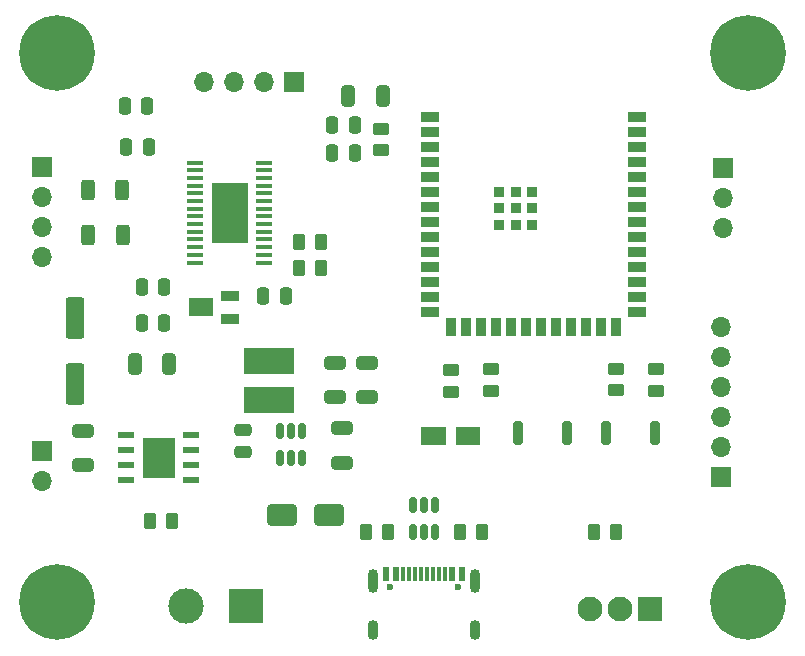
<source format=gbr>
%TF.GenerationSoftware,KiCad,Pcbnew,8.0.1*%
%TF.CreationDate,2024-04-06T00:37:26+05:30*%
%TF.ProjectId,Project,50726f6a-6563-4742-9e6b-696361645f70,rev?*%
%TF.SameCoordinates,Original*%
%TF.FileFunction,Soldermask,Top*%
%TF.FilePolarity,Negative*%
%FSLAX46Y46*%
G04 Gerber Fmt 4.6, Leading zero omitted, Abs format (unit mm)*
G04 Created by KiCad (PCBNEW 8.0.1) date 2024-04-06 00:37:26*
%MOMM*%
%LPD*%
G01*
G04 APERTURE LIST*
G04 Aperture macros list*
%AMRoundRect*
0 Rectangle with rounded corners*
0 $1 Rounding radius*
0 $2 $3 $4 $5 $6 $7 $8 $9 X,Y pos of 4 corners*
0 Add a 4 corners polygon primitive as box body*
4,1,4,$2,$3,$4,$5,$6,$7,$8,$9,$2,$3,0*
0 Add four circle primitives for the rounded corners*
1,1,$1+$1,$2,$3*
1,1,$1+$1,$4,$5*
1,1,$1+$1,$6,$7*
1,1,$1+$1,$8,$9*
0 Add four rect primitives between the rounded corners*
20,1,$1+$1,$2,$3,$4,$5,0*
20,1,$1+$1,$4,$5,$6,$7,0*
20,1,$1+$1,$6,$7,$8,$9,0*
20,1,$1+$1,$8,$9,$2,$3,0*%
%AMFreePoly0*
4,1,6,1.000000,0.000000,0.500000,-0.750000,-0.500000,-0.750000,-0.500000,0.750000,0.500000,0.750000,1.000000,0.000000,1.000000,0.000000,$1*%
G04 Aperture macros list end*
%ADD10RoundRect,0.250000X-0.262500X-0.450000X0.262500X-0.450000X0.262500X0.450000X-0.262500X0.450000X0*%
%ADD11RoundRect,0.250000X-0.450000X0.262500X-0.450000X-0.262500X0.450000X-0.262500X0.450000X0.262500X0*%
%ADD12RoundRect,0.200000X-0.200000X-0.800000X0.200000X-0.800000X0.200000X0.800000X-0.200000X0.800000X0*%
%ADD13R,3.000000X3.000000*%
%ADD14C,3.000000*%
%ADD15C,0.800000*%
%ADD16C,6.400000*%
%ADD17RoundRect,0.250000X0.450000X-0.262500X0.450000X0.262500X-0.450000X0.262500X-0.450000X-0.262500X0*%
%ADD18RoundRect,0.250000X-0.312500X-0.625000X0.312500X-0.625000X0.312500X0.625000X-0.312500X0.625000X0*%
%ADD19R,1.500000X1.500000*%
%ADD20FreePoly0,180.000000*%
%ADD21FreePoly0,0.000000*%
%ADD22R,1.549400X0.939800*%
%ADD23R,2.133600X1.498600*%
%ADD24RoundRect,0.250000X0.262500X0.450000X-0.262500X0.450000X-0.262500X-0.450000X0.262500X-0.450000X0*%
%ADD25RoundRect,0.250000X-0.325000X-0.650000X0.325000X-0.650000X0.325000X0.650000X-0.325000X0.650000X0*%
%ADD26RoundRect,0.150000X0.150000X-0.512500X0.150000X0.512500X-0.150000X0.512500X-0.150000X-0.512500X0*%
%ADD27R,1.700000X1.700000*%
%ADD28O,1.700000X1.700000*%
%ADD29RoundRect,0.250000X0.250000X0.475000X-0.250000X0.475000X-0.250000X-0.475000X0.250000X-0.475000X0*%
%ADD30R,1.500000X0.900000*%
%ADD31R,0.900000X1.500000*%
%ADD32R,0.900000X0.900000*%
%ADD33RoundRect,0.250000X-0.250000X-0.475000X0.250000X-0.475000X0.250000X0.475000X-0.250000X0.475000X0*%
%ADD34C,0.600000*%
%ADD35R,0.600000X1.160000*%
%ADD36R,0.300000X1.160000*%
%ADD37O,0.900000X2.000000*%
%ADD38O,0.900000X1.700000*%
%ADD39RoundRect,0.250000X0.650000X-0.325000X0.650000X0.325000X-0.650000X0.325000X-0.650000X-0.325000X0*%
%ADD40RoundRect,0.250000X-0.650000X0.325000X-0.650000X-0.325000X0.650000X-0.325000X0.650000X0.325000X0*%
%ADD41RoundRect,0.250000X-1.000000X-0.650000X1.000000X-0.650000X1.000000X0.650000X-1.000000X0.650000X0*%
%ADD42R,2.100000X2.100000*%
%ADD43C,2.100000*%
%ADD44R,1.460500X0.558800*%
%ADD45R,2.717800X3.403600*%
%ADD46R,4.200000X2.200000*%
%ADD47RoundRect,0.250000X-0.475000X0.250000X-0.475000X-0.250000X0.475000X-0.250000X0.475000X0.250000X0*%
%ADD48R,1.475000X0.450000*%
%ADD49R,3.100000X5.180000*%
%ADD50RoundRect,0.250000X0.550000X-1.500000X0.550000X1.500000X-0.550000X1.500000X-0.550000X-1.500000X0*%
%ADD51RoundRect,0.200000X0.200000X0.800000X-0.200000X0.800000X-0.200000X-0.800000X0.200000X-0.800000X0*%
G04 APERTURE END LIST*
D10*
%TO.C,R10*%
X98162500Y-72950000D03*
X99987500Y-72950000D03*
%TD*%
D11*
%TO.C,R7*%
X80125000Y-38787500D03*
X80125000Y-40612500D03*
%TD*%
D12*
%TO.C,SW2*%
X91675000Y-64550000D03*
X95875000Y-64550000D03*
%TD*%
D13*
%TO.C,J2*%
X68715000Y-79200000D03*
D14*
X63635000Y-79200000D03*
%TD*%
D15*
%TO.C,H1*%
X50275000Y-32350000D03*
X50977944Y-30652944D03*
X50977944Y-34047056D03*
X52675000Y-29950000D03*
D16*
X52675000Y-32350000D03*
D15*
X52675000Y-34750000D03*
X54372056Y-30652944D03*
X54372056Y-34047056D03*
X55075000Y-32350000D03*
%TD*%
D17*
%TO.C,R18*%
X100025000Y-60912500D03*
X100025000Y-59087500D03*
%TD*%
%TO.C,R17*%
X103375000Y-60962500D03*
X103375000Y-59137500D03*
%TD*%
D15*
%TO.C,H2*%
X50275000Y-78850000D03*
X50977944Y-77152944D03*
X50977944Y-80547056D03*
X52675000Y-76450000D03*
D16*
X52675000Y-78850000D03*
D15*
X52675000Y-81250000D03*
X54372056Y-77152944D03*
X54372056Y-80547056D03*
X55075000Y-78850000D03*
%TD*%
D18*
%TO.C,R4*%
X55275000Y-44000000D03*
X58200000Y-44000000D03*
%TD*%
D19*
%TO.C,JP1*%
X87225000Y-64750000D03*
X84825000Y-64750000D03*
D20*
X88025000Y-64750000D03*
D21*
X84025000Y-64750000D03*
%TD*%
D22*
%TO.C,R11*%
X67309300Y-54850000D03*
D23*
X64832800Y-53900000D03*
D22*
X67309300Y-52950000D03*
%TD*%
D24*
%TO.C,R2*%
X80687500Y-72887500D03*
X78862500Y-72887500D03*
%TD*%
D25*
%TO.C,C9*%
X59250000Y-58700000D03*
X62200000Y-58700000D03*
%TD*%
D26*
%TO.C,U4*%
X82800000Y-72937500D03*
X83750000Y-72937500D03*
X84700000Y-72937500D03*
X84700000Y-70662500D03*
X83750000Y-70662500D03*
X82800000Y-70662500D03*
%TD*%
D27*
%TO.C,J3*%
X51375000Y-42050000D03*
D28*
X51375000Y-44590000D03*
X51375000Y-47130000D03*
X51375000Y-49670000D03*
%TD*%
D26*
%TO.C,U2*%
X71537500Y-66637500D03*
X72487500Y-66637500D03*
X73437500Y-66637500D03*
X73437500Y-64362500D03*
X72487500Y-64362500D03*
X71537500Y-64362500D03*
%TD*%
D24*
%TO.C,R5*%
X75012500Y-50550000D03*
X73187500Y-50550000D03*
%TD*%
D29*
%TO.C,C5*%
X60325000Y-36850000D03*
X58425000Y-36850000D03*
%TD*%
D30*
%TO.C,U1*%
X84275000Y-37790000D03*
X84275000Y-39060000D03*
X84275000Y-40330000D03*
X84275000Y-41600000D03*
X84275000Y-42870000D03*
X84275000Y-44140000D03*
X84275000Y-45410000D03*
X84275000Y-46680000D03*
X84275000Y-47950000D03*
X84275000Y-49220000D03*
X84275000Y-50490000D03*
X84275000Y-51760000D03*
X84275000Y-53030000D03*
X84275000Y-54300000D03*
D31*
X86040000Y-55550000D03*
X87310000Y-55550000D03*
X88580000Y-55550000D03*
X89850000Y-55550000D03*
X91120000Y-55550000D03*
X92390000Y-55550000D03*
X93660000Y-55550000D03*
X94930000Y-55550000D03*
X96200000Y-55550000D03*
X97470000Y-55550000D03*
X98740000Y-55550000D03*
X100010000Y-55550000D03*
D30*
X101775000Y-54300000D03*
X101775000Y-53030000D03*
X101775000Y-51760000D03*
X101775000Y-50490000D03*
X101775000Y-49220000D03*
X101775000Y-47950000D03*
X101775000Y-46680000D03*
X101775000Y-45410000D03*
X101775000Y-44140000D03*
X101775000Y-42870000D03*
X101775000Y-41600000D03*
X101775000Y-40330000D03*
X101775000Y-39060000D03*
X101775000Y-37790000D03*
D32*
X91525000Y-45510000D03*
X90125000Y-44110000D03*
X90125000Y-45510000D03*
X90125000Y-46910000D03*
X91525000Y-46910000D03*
X92925000Y-46910000D03*
X92925000Y-45510000D03*
X92925000Y-44110000D03*
X91525000Y-44110000D03*
%TD*%
D33*
%TO.C,C11*%
X59875000Y-55210000D03*
X61775000Y-55210000D03*
%TD*%
D34*
%TO.C,J1*%
X80860000Y-77550000D03*
X86640000Y-77550000D03*
D35*
X80550000Y-76490000D03*
X81350000Y-76490000D03*
D36*
X82500000Y-76490000D03*
X83500000Y-76490000D03*
X84000000Y-76490000D03*
X85000000Y-76490000D03*
D35*
X86150000Y-76490000D03*
X86950000Y-76490000D03*
X86950000Y-76490000D03*
X86150000Y-76490000D03*
D36*
X85500000Y-76490000D03*
X84500000Y-76490000D03*
X83000000Y-76490000D03*
X82000000Y-76490000D03*
D35*
X81350000Y-76490000D03*
X80550000Y-76490000D03*
D37*
X79430000Y-77070000D03*
D38*
X79430000Y-81240000D03*
D37*
X88070000Y-77070000D03*
D38*
X88070000Y-81240000D03*
%TD*%
D39*
%TO.C,C1*%
X76850000Y-67075000D03*
X76850000Y-64125000D03*
%TD*%
D40*
%TO.C,C22*%
X76200000Y-58575000D03*
X76200000Y-61525000D03*
%TD*%
D41*
%TO.C,D1*%
X71725000Y-71500000D03*
X75725000Y-71500000D03*
%TD*%
D29*
%TO.C,C14*%
X77875000Y-40850000D03*
X75975000Y-40850000D03*
%TD*%
D11*
%TO.C,R8*%
X86025000Y-59237500D03*
X86025000Y-61062500D03*
%TD*%
D42*
%TO.C,J5*%
X102915000Y-79450000D03*
D43*
X100375000Y-79450000D03*
X97835000Y-79450000D03*
%TD*%
D29*
%TO.C,C7*%
X72025000Y-52950000D03*
X70125000Y-52950000D03*
%TD*%
D33*
%TO.C,C6*%
X58525000Y-40300000D03*
X60425000Y-40300000D03*
%TD*%
%TO.C,C10*%
X59875000Y-52200000D03*
X61775000Y-52200000D03*
%TD*%
D24*
%TO.C,R6*%
X75012500Y-48400000D03*
X73187500Y-48400000D03*
%TD*%
D44*
%TO.C,U6*%
X63999150Y-68555000D03*
X63999150Y-67285000D03*
X63999150Y-66015000D03*
X63999150Y-64745000D03*
X58550850Y-64745000D03*
X58550850Y-66015000D03*
X58550850Y-67285000D03*
X58550850Y-68555000D03*
D45*
X61275000Y-66650000D03*
%TD*%
D15*
%TO.C,H3*%
X108775000Y-32350000D03*
X109477944Y-30652944D03*
X109477944Y-34047056D03*
X111175000Y-29950000D03*
D16*
X111175000Y-32350000D03*
D15*
X111175000Y-34750000D03*
X112872056Y-30652944D03*
X112872056Y-34047056D03*
X113575000Y-32350000D03*
%TD*%
D46*
%TO.C,L1*%
X70650000Y-61750000D03*
X70650000Y-58450000D03*
%TD*%
D47*
%TO.C,C2*%
X68400000Y-64250000D03*
X68400000Y-66150000D03*
%TD*%
D48*
%TO.C,IC1*%
X64349000Y-41650000D03*
X64349000Y-42300000D03*
X64349000Y-42950000D03*
X64349000Y-43600000D03*
X64349000Y-44250000D03*
X64349000Y-44900000D03*
X64349000Y-45550000D03*
X64349000Y-46200000D03*
X64349000Y-46850000D03*
X64349000Y-47500000D03*
X64349000Y-48150000D03*
X64349000Y-48800000D03*
X64349000Y-49450000D03*
X64349000Y-50100000D03*
X70225000Y-50100000D03*
X70225000Y-49450000D03*
X70225000Y-48800000D03*
X70225000Y-48150000D03*
X70225000Y-47500000D03*
X70225000Y-46850000D03*
X70225000Y-46200000D03*
X70225000Y-45550000D03*
X70225000Y-44900000D03*
X70225000Y-44250000D03*
X70225000Y-43600000D03*
X70225000Y-42950000D03*
X70225000Y-42300000D03*
X70225000Y-41650000D03*
D49*
X67287000Y-45875000D03*
%TD*%
D18*
%TO.C,R3*%
X55312500Y-47750000D03*
X58237500Y-47750000D03*
%TD*%
D40*
%TO.C,C21*%
X78900000Y-58575000D03*
X78900000Y-61525000D03*
%TD*%
D27*
%TO.C,J7*%
X108900000Y-68260000D03*
D28*
X108900000Y-65720000D03*
X108900000Y-63180000D03*
X108900000Y-60640000D03*
X108900000Y-58100000D03*
X108900000Y-55560000D03*
%TD*%
D29*
%TO.C,C12*%
X77875000Y-38450000D03*
X75975000Y-38450000D03*
%TD*%
D25*
%TO.C,C13*%
X77300000Y-36000000D03*
X80250000Y-36000000D03*
%TD*%
D10*
%TO.C,R1*%
X86812500Y-72937500D03*
X88637500Y-72937500D03*
%TD*%
D27*
%TO.C,J9*%
X51425000Y-66025000D03*
D28*
X51425000Y-68565000D03*
%TD*%
D50*
%TO.C,C8*%
X54225000Y-60400000D03*
X54225000Y-54800000D03*
%TD*%
D17*
%TO.C,R19*%
X89425000Y-60962500D03*
X89425000Y-59137500D03*
%TD*%
D40*
%TO.C,C20*%
X54875000Y-64325000D03*
X54875000Y-67275000D03*
%TD*%
D51*
%TO.C,SW1*%
X103325000Y-64550000D03*
X99125000Y-64550000D03*
%TD*%
D15*
%TO.C,H4*%
X108775000Y-78850000D03*
X109477944Y-77152944D03*
X109477944Y-80547056D03*
X111175000Y-76450000D03*
D16*
X111175000Y-78850000D03*
D15*
X111175000Y-81250000D03*
X112872056Y-77152944D03*
X112872056Y-80547056D03*
X113575000Y-78850000D03*
%TD*%
D27*
%TO.C,J4*%
X109050000Y-42100000D03*
D28*
X109050000Y-44640000D03*
X109050000Y-47180000D03*
%TD*%
D27*
%TO.C,J6*%
X72705000Y-34800000D03*
D28*
X70165000Y-34800000D03*
X67625000Y-34800000D03*
X65085000Y-34800000D03*
%TD*%
D10*
%TO.C,R12*%
X60575000Y-71950000D03*
X62400000Y-71950000D03*
%TD*%
M02*

</source>
